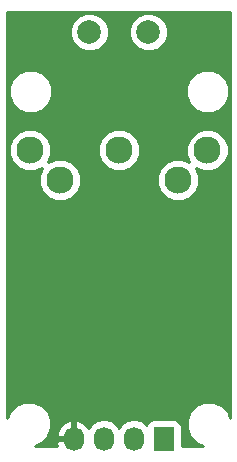
<source format=gbl>
G04 #@! TF.FileFunction,Copper,L2,Bot,Signal*
%FSLAX46Y46*%
G04 Gerber Fmt 4.6, Leading zero omitted, Abs format (unit mm)*
G04 Created by KiCad (PCBNEW 4.0.1-stable) date Monday, April 18, 2016 'PMt' 10:33:09 PM*
%MOMM*%
G01*
G04 APERTURE LIST*
%ADD10C,0.100000*%
%ADD11C,2.300000*%
%ADD12C,2.000000*%
%ADD13R,1.727200X2.032000*%
%ADD14O,1.727200X2.032000*%
%ADD15C,0.508000*%
%ADD16C,0.254000*%
G04 APERTURE END LIST*
D10*
D11*
X157407000Y-96162500D03*
D12*
X149907000Y-83662500D03*
D11*
X159907000Y-93662500D03*
X152407000Y-93662500D03*
X144907000Y-93662500D03*
X147407000Y-96162500D03*
D12*
X154907000Y-83662500D03*
D13*
X156210000Y-118110000D03*
D14*
X153670000Y-118110000D03*
X151130000Y-118110000D03*
X148590000Y-118110000D03*
D15*
X161290000Y-106045000D03*
X150939500Y-109728000D03*
X157797500Y-107950000D03*
D16*
G36*
X161850000Y-116332796D02*
X161618957Y-115773628D01*
X161089161Y-115242907D01*
X160396595Y-114955328D01*
X159646695Y-114954674D01*
X158953628Y-115241043D01*
X158422907Y-115770839D01*
X158135328Y-116463405D01*
X158134674Y-117213305D01*
X158421043Y-117906372D01*
X158950839Y-118437093D01*
X159511740Y-118670000D01*
X157721040Y-118670000D01*
X157721040Y-117094000D01*
X157676762Y-116858683D01*
X157537690Y-116642559D01*
X157325490Y-116497569D01*
X157073600Y-116446560D01*
X155346400Y-116446560D01*
X155111083Y-116490838D01*
X154894959Y-116629910D01*
X154749969Y-116842110D01*
X154741600Y-116883439D01*
X154729670Y-116865585D01*
X154243489Y-116540729D01*
X153670000Y-116426655D01*
X153096511Y-116540729D01*
X152610330Y-116865585D01*
X152400000Y-117180366D01*
X152189670Y-116865585D01*
X151703489Y-116540729D01*
X151130000Y-116426655D01*
X150556511Y-116540729D01*
X150070330Y-116865585D01*
X149863539Y-117175069D01*
X149492036Y-116759268D01*
X148964791Y-116505291D01*
X148949026Y-116502642D01*
X148717000Y-116623783D01*
X148717000Y-117983000D01*
X148737000Y-117983000D01*
X148737000Y-118237000D01*
X148717000Y-118237000D01*
X148717000Y-118257000D01*
X148463000Y-118257000D01*
X148463000Y-118237000D01*
X147249076Y-118237000D01*
X147104816Y-118471913D01*
X147174106Y-118670000D01*
X145287204Y-118670000D01*
X145846372Y-118438957D01*
X146377093Y-117909161D01*
X146443976Y-117748087D01*
X147104816Y-117748087D01*
X147249076Y-117983000D01*
X148463000Y-117983000D01*
X148463000Y-116623783D01*
X148230974Y-116502642D01*
X148215209Y-116505291D01*
X147687964Y-116759268D01*
X147298046Y-117195680D01*
X147104816Y-117748087D01*
X146443976Y-117748087D01*
X146664672Y-117216595D01*
X146665326Y-116466695D01*
X146378957Y-115773628D01*
X145849161Y-115242907D01*
X145156595Y-114955328D01*
X144406695Y-114954674D01*
X143713628Y-115241043D01*
X143182907Y-115770839D01*
X142950000Y-116331740D01*
X142950000Y-94016001D01*
X143121691Y-94016001D01*
X143392868Y-94672300D01*
X143894559Y-95174867D01*
X144550384Y-95447189D01*
X145260501Y-95447809D01*
X145876723Y-95193192D01*
X145622311Y-95805884D01*
X145621691Y-96516001D01*
X145892868Y-97172300D01*
X146394559Y-97674867D01*
X147050384Y-97947189D01*
X147760501Y-97947809D01*
X148416800Y-97676632D01*
X148919367Y-97174941D01*
X149191689Y-96519116D01*
X149191691Y-96516001D01*
X155621691Y-96516001D01*
X155892868Y-97172300D01*
X156394559Y-97674867D01*
X157050384Y-97947189D01*
X157760501Y-97947809D01*
X158416800Y-97676632D01*
X158919367Y-97174941D01*
X159191689Y-96519116D01*
X159192309Y-95808999D01*
X158937692Y-95192777D01*
X159550384Y-95447189D01*
X160260501Y-95447809D01*
X160916800Y-95176632D01*
X161419367Y-94674941D01*
X161691689Y-94019116D01*
X161692309Y-93308999D01*
X161421132Y-92652700D01*
X160919441Y-92150133D01*
X160263616Y-91877811D01*
X159553499Y-91877191D01*
X158897200Y-92148368D01*
X158394633Y-92650059D01*
X158122311Y-93305884D01*
X158121691Y-94016001D01*
X158376308Y-94632223D01*
X157763616Y-94377811D01*
X157053499Y-94377191D01*
X156397200Y-94648368D01*
X155894633Y-95150059D01*
X155622311Y-95805884D01*
X155621691Y-96516001D01*
X149191691Y-96516001D01*
X149192309Y-95808999D01*
X148921132Y-95152700D01*
X148419441Y-94650133D01*
X147763616Y-94377811D01*
X147053499Y-94377191D01*
X146437277Y-94631808D01*
X146691689Y-94019116D01*
X146691691Y-94016001D01*
X150621691Y-94016001D01*
X150892868Y-94672300D01*
X151394559Y-95174867D01*
X152050384Y-95447189D01*
X152760501Y-95447809D01*
X153416800Y-95176632D01*
X153919367Y-94674941D01*
X154191689Y-94019116D01*
X154192309Y-93308999D01*
X153921132Y-92652700D01*
X153419441Y-92150133D01*
X152763616Y-91877811D01*
X152053499Y-91877191D01*
X151397200Y-92148368D01*
X150894633Y-92650059D01*
X150622311Y-93305884D01*
X150621691Y-94016001D01*
X146691691Y-94016001D01*
X146692309Y-93308999D01*
X146421132Y-92652700D01*
X145919441Y-92150133D01*
X145263616Y-91877811D01*
X144553499Y-91877191D01*
X143897200Y-92148368D01*
X143394633Y-92650059D01*
X143122311Y-93305884D01*
X143121691Y-94016001D01*
X142950000Y-94016001D01*
X142950000Y-89025903D01*
X143071682Y-89025903D01*
X143350455Y-89700586D01*
X143866199Y-90217230D01*
X144540395Y-90497181D01*
X145270403Y-90497818D01*
X145945086Y-90219045D01*
X146461730Y-89703301D01*
X146741681Y-89029105D01*
X146741683Y-89025903D01*
X158071682Y-89025903D01*
X158350455Y-89700586D01*
X158866199Y-90217230D01*
X159540395Y-90497181D01*
X160270403Y-90497818D01*
X160945086Y-90219045D01*
X161461730Y-89703301D01*
X161741681Y-89029105D01*
X161742318Y-88299097D01*
X161463545Y-87624414D01*
X160947801Y-87107770D01*
X160273605Y-86827819D01*
X159543597Y-86827182D01*
X158868914Y-87105955D01*
X158352270Y-87621699D01*
X158072319Y-88295895D01*
X158071682Y-89025903D01*
X146741683Y-89025903D01*
X146742318Y-88299097D01*
X146463545Y-87624414D01*
X145947801Y-87107770D01*
X145273605Y-86827819D01*
X144543597Y-86827182D01*
X143868914Y-87105955D01*
X143352270Y-87621699D01*
X143072319Y-88295895D01*
X143071682Y-89025903D01*
X142950000Y-89025903D01*
X142950000Y-83986295D01*
X148271716Y-83986295D01*
X148520106Y-84587443D01*
X148979637Y-85047778D01*
X149580352Y-85297216D01*
X150230795Y-85297784D01*
X150831943Y-85049394D01*
X151292278Y-84589863D01*
X151541716Y-83989148D01*
X151541718Y-83986295D01*
X153271716Y-83986295D01*
X153520106Y-84587443D01*
X153979637Y-85047778D01*
X154580352Y-85297216D01*
X155230795Y-85297784D01*
X155831943Y-85049394D01*
X156292278Y-84589863D01*
X156541716Y-83989148D01*
X156542284Y-83338705D01*
X156293894Y-82737557D01*
X155834363Y-82277222D01*
X155233648Y-82027784D01*
X154583205Y-82027216D01*
X153982057Y-82275606D01*
X153521722Y-82735137D01*
X153272284Y-83335852D01*
X153271716Y-83986295D01*
X151541718Y-83986295D01*
X151542284Y-83338705D01*
X151293894Y-82737557D01*
X150834363Y-82277222D01*
X150233648Y-82027784D01*
X149583205Y-82027216D01*
X148982057Y-82275606D01*
X148521722Y-82735137D01*
X148272284Y-83335852D01*
X148271716Y-83986295D01*
X142950000Y-83986295D01*
X142950000Y-81990000D01*
X161850000Y-81990000D01*
X161850000Y-116332796D01*
X161850000Y-116332796D01*
G37*
X161850000Y-116332796D02*
X161618957Y-115773628D01*
X161089161Y-115242907D01*
X160396595Y-114955328D01*
X159646695Y-114954674D01*
X158953628Y-115241043D01*
X158422907Y-115770839D01*
X158135328Y-116463405D01*
X158134674Y-117213305D01*
X158421043Y-117906372D01*
X158950839Y-118437093D01*
X159511740Y-118670000D01*
X157721040Y-118670000D01*
X157721040Y-117094000D01*
X157676762Y-116858683D01*
X157537690Y-116642559D01*
X157325490Y-116497569D01*
X157073600Y-116446560D01*
X155346400Y-116446560D01*
X155111083Y-116490838D01*
X154894959Y-116629910D01*
X154749969Y-116842110D01*
X154741600Y-116883439D01*
X154729670Y-116865585D01*
X154243489Y-116540729D01*
X153670000Y-116426655D01*
X153096511Y-116540729D01*
X152610330Y-116865585D01*
X152400000Y-117180366D01*
X152189670Y-116865585D01*
X151703489Y-116540729D01*
X151130000Y-116426655D01*
X150556511Y-116540729D01*
X150070330Y-116865585D01*
X149863539Y-117175069D01*
X149492036Y-116759268D01*
X148964791Y-116505291D01*
X148949026Y-116502642D01*
X148717000Y-116623783D01*
X148717000Y-117983000D01*
X148737000Y-117983000D01*
X148737000Y-118237000D01*
X148717000Y-118237000D01*
X148717000Y-118257000D01*
X148463000Y-118257000D01*
X148463000Y-118237000D01*
X147249076Y-118237000D01*
X147104816Y-118471913D01*
X147174106Y-118670000D01*
X145287204Y-118670000D01*
X145846372Y-118438957D01*
X146377093Y-117909161D01*
X146443976Y-117748087D01*
X147104816Y-117748087D01*
X147249076Y-117983000D01*
X148463000Y-117983000D01*
X148463000Y-116623783D01*
X148230974Y-116502642D01*
X148215209Y-116505291D01*
X147687964Y-116759268D01*
X147298046Y-117195680D01*
X147104816Y-117748087D01*
X146443976Y-117748087D01*
X146664672Y-117216595D01*
X146665326Y-116466695D01*
X146378957Y-115773628D01*
X145849161Y-115242907D01*
X145156595Y-114955328D01*
X144406695Y-114954674D01*
X143713628Y-115241043D01*
X143182907Y-115770839D01*
X142950000Y-116331740D01*
X142950000Y-94016001D01*
X143121691Y-94016001D01*
X143392868Y-94672300D01*
X143894559Y-95174867D01*
X144550384Y-95447189D01*
X145260501Y-95447809D01*
X145876723Y-95193192D01*
X145622311Y-95805884D01*
X145621691Y-96516001D01*
X145892868Y-97172300D01*
X146394559Y-97674867D01*
X147050384Y-97947189D01*
X147760501Y-97947809D01*
X148416800Y-97676632D01*
X148919367Y-97174941D01*
X149191689Y-96519116D01*
X149191691Y-96516001D01*
X155621691Y-96516001D01*
X155892868Y-97172300D01*
X156394559Y-97674867D01*
X157050384Y-97947189D01*
X157760501Y-97947809D01*
X158416800Y-97676632D01*
X158919367Y-97174941D01*
X159191689Y-96519116D01*
X159192309Y-95808999D01*
X158937692Y-95192777D01*
X159550384Y-95447189D01*
X160260501Y-95447809D01*
X160916800Y-95176632D01*
X161419367Y-94674941D01*
X161691689Y-94019116D01*
X161692309Y-93308999D01*
X161421132Y-92652700D01*
X160919441Y-92150133D01*
X160263616Y-91877811D01*
X159553499Y-91877191D01*
X158897200Y-92148368D01*
X158394633Y-92650059D01*
X158122311Y-93305884D01*
X158121691Y-94016001D01*
X158376308Y-94632223D01*
X157763616Y-94377811D01*
X157053499Y-94377191D01*
X156397200Y-94648368D01*
X155894633Y-95150059D01*
X155622311Y-95805884D01*
X155621691Y-96516001D01*
X149191691Y-96516001D01*
X149192309Y-95808999D01*
X148921132Y-95152700D01*
X148419441Y-94650133D01*
X147763616Y-94377811D01*
X147053499Y-94377191D01*
X146437277Y-94631808D01*
X146691689Y-94019116D01*
X146691691Y-94016001D01*
X150621691Y-94016001D01*
X150892868Y-94672300D01*
X151394559Y-95174867D01*
X152050384Y-95447189D01*
X152760501Y-95447809D01*
X153416800Y-95176632D01*
X153919367Y-94674941D01*
X154191689Y-94019116D01*
X154192309Y-93308999D01*
X153921132Y-92652700D01*
X153419441Y-92150133D01*
X152763616Y-91877811D01*
X152053499Y-91877191D01*
X151397200Y-92148368D01*
X150894633Y-92650059D01*
X150622311Y-93305884D01*
X150621691Y-94016001D01*
X146691691Y-94016001D01*
X146692309Y-93308999D01*
X146421132Y-92652700D01*
X145919441Y-92150133D01*
X145263616Y-91877811D01*
X144553499Y-91877191D01*
X143897200Y-92148368D01*
X143394633Y-92650059D01*
X143122311Y-93305884D01*
X143121691Y-94016001D01*
X142950000Y-94016001D01*
X142950000Y-89025903D01*
X143071682Y-89025903D01*
X143350455Y-89700586D01*
X143866199Y-90217230D01*
X144540395Y-90497181D01*
X145270403Y-90497818D01*
X145945086Y-90219045D01*
X146461730Y-89703301D01*
X146741681Y-89029105D01*
X146741683Y-89025903D01*
X158071682Y-89025903D01*
X158350455Y-89700586D01*
X158866199Y-90217230D01*
X159540395Y-90497181D01*
X160270403Y-90497818D01*
X160945086Y-90219045D01*
X161461730Y-89703301D01*
X161741681Y-89029105D01*
X161742318Y-88299097D01*
X161463545Y-87624414D01*
X160947801Y-87107770D01*
X160273605Y-86827819D01*
X159543597Y-86827182D01*
X158868914Y-87105955D01*
X158352270Y-87621699D01*
X158072319Y-88295895D01*
X158071682Y-89025903D01*
X146741683Y-89025903D01*
X146742318Y-88299097D01*
X146463545Y-87624414D01*
X145947801Y-87107770D01*
X145273605Y-86827819D01*
X144543597Y-86827182D01*
X143868914Y-87105955D01*
X143352270Y-87621699D01*
X143072319Y-88295895D01*
X143071682Y-89025903D01*
X142950000Y-89025903D01*
X142950000Y-83986295D01*
X148271716Y-83986295D01*
X148520106Y-84587443D01*
X148979637Y-85047778D01*
X149580352Y-85297216D01*
X150230795Y-85297784D01*
X150831943Y-85049394D01*
X151292278Y-84589863D01*
X151541716Y-83989148D01*
X151541718Y-83986295D01*
X153271716Y-83986295D01*
X153520106Y-84587443D01*
X153979637Y-85047778D01*
X154580352Y-85297216D01*
X155230795Y-85297784D01*
X155831943Y-85049394D01*
X156292278Y-84589863D01*
X156541716Y-83989148D01*
X156542284Y-83338705D01*
X156293894Y-82737557D01*
X155834363Y-82277222D01*
X155233648Y-82027784D01*
X154583205Y-82027216D01*
X153982057Y-82275606D01*
X153521722Y-82735137D01*
X153272284Y-83335852D01*
X153271716Y-83986295D01*
X151541718Y-83986295D01*
X151542284Y-83338705D01*
X151293894Y-82737557D01*
X150834363Y-82277222D01*
X150233648Y-82027784D01*
X149583205Y-82027216D01*
X148982057Y-82275606D01*
X148521722Y-82735137D01*
X148272284Y-83335852D01*
X148271716Y-83986295D01*
X142950000Y-83986295D01*
X142950000Y-81990000D01*
X161850000Y-81990000D01*
X161850000Y-116332796D01*
M02*

</source>
